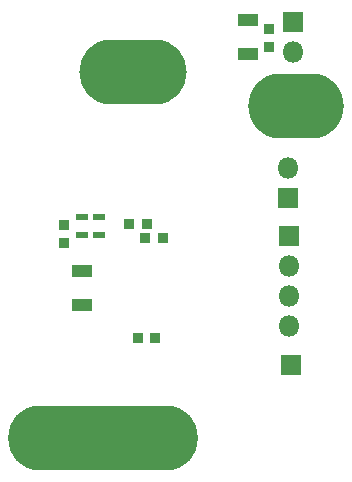
<source format=gbs>
G04 #@! TF.FileFunction,Soldermask,Bot*
%FSLAX46Y46*%
G04 Gerber Fmt 4.6, Leading zero omitted, Abs format (unit mm)*
G04 Created by KiCad (PCBNEW 4.0.6) date Thu Nov 16 07:28:37 2017*
%MOMM*%
%LPD*%
G01*
G04 APERTURE LIST*
%ADD10C,0.100000*%
%ADD11O,8.100000X5.500000*%
%ADD12O,16.100000X5.500000*%
%ADD13R,0.850000X0.900000*%
%ADD14R,0.900000X0.850000*%
%ADD15R,1.800000X1.800000*%
%ADD16O,1.800000X1.800000*%
%ADD17R,1.800000X1.000000*%
%ADD18R,1.000000X0.600000*%
%ADD19O,9.100000X5.500000*%
G04 APERTURE END LIST*
D10*
D11*
X168800000Y-94400000D03*
D12*
X152500000Y-122500000D03*
D13*
X166550000Y-87850000D03*
X166550000Y-89350000D03*
X149200000Y-104450000D03*
X149200000Y-105950000D03*
D14*
X155400000Y-114050000D03*
X156900000Y-114050000D03*
X157500000Y-105600000D03*
X156000000Y-105600000D03*
X154700000Y-104350000D03*
X156200000Y-104350000D03*
D15*
X168550000Y-87300000D03*
D16*
X168550000Y-89840000D03*
D15*
X168150000Y-102190000D03*
D16*
X168150000Y-99650000D03*
D15*
X168250000Y-105400000D03*
D16*
X168250000Y-107940000D03*
X168250000Y-110480000D03*
X168250000Y-113020000D03*
D15*
X168350000Y-116300000D03*
D17*
X164750000Y-87100000D03*
X164750000Y-90000000D03*
X150700000Y-111250000D03*
X150700000Y-108350000D03*
D18*
X150700000Y-103800000D03*
X150700000Y-105300000D03*
X152150000Y-103800000D03*
X152150000Y-105300000D03*
D19*
X155000000Y-91500000D03*
M02*

</source>
